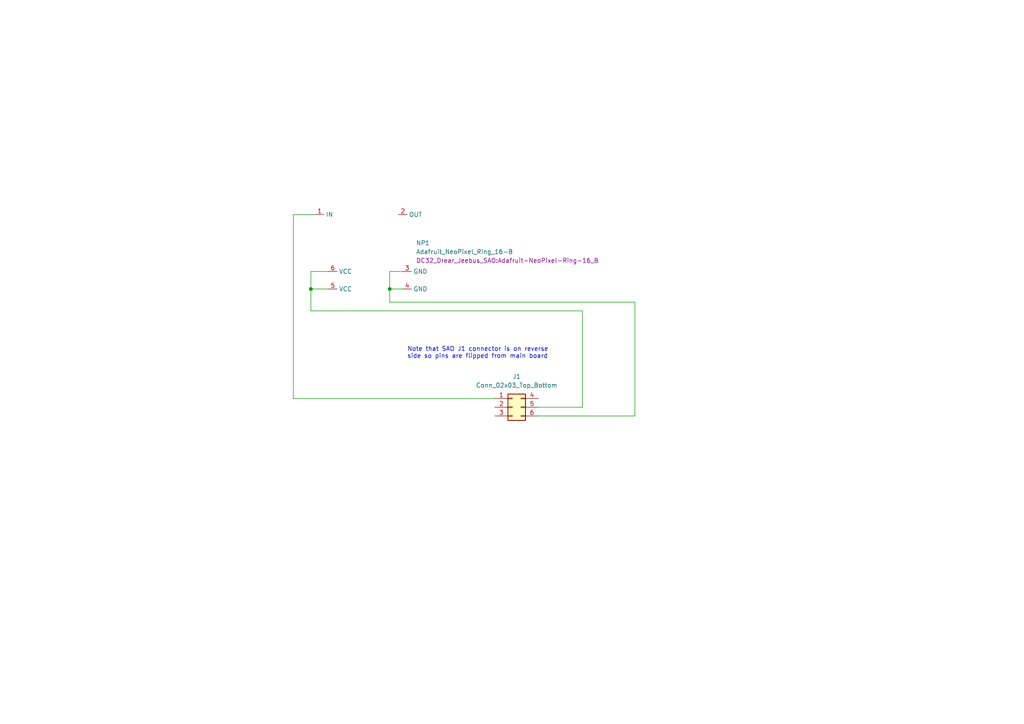
<source format=kicad_sch>
(kicad_sch (version 20230121) (generator eeschema)
  (paper "A4")
  (lib_symbols
    (symbol "DC32_Drear_Jeebus_SAO:Adafruit_NeoPixel_Ring_16-B"
      (property "Reference" "NP" (at 0 0 0))
      (property "Value" "Adafruit_NeoPixel_Ring_16-B" (at 1.27 7.62 0))
      (property "Footprint" "DC31_Cnet_Badge:Adafruit-NeoPixel-Ring-16_B" (at 1.27 3.81 0))
      (symbol "Adafruit_NeoPixel_Ring_16-B_1_1"
        (pin input line (at -13.97 12.7 0) (length 2.54) (name "IN") (number "1"))
        (pin output line (at 10.16 12.7 0) (length 2.54) (name "OUT") (number "2"))
        (pin power_in line (at 11.43 -3.81 0) (length 2.54) (name "GND") (number "3"))
        (pin power_in line (at 11.43 -8.89 0) (length 2.54) (name "GND") (number "4"))
        (pin power_in line (at -10.16 -8.89 0) (length 2.54) (name "VCC") (number "5"))
        (pin power_in line (at -10.16 -3.81 0) (length 2.54) (name "VCC") (number "6"))
      )
    )
    (symbol "DC32_Drear_Jeebus_SAO:Conn_02x03_Top_Bottom" (pin_names (offset 1.016) hide)
      (property "Reference" "J" (at 1.27 5.08 0))
      (property "Value" "Conn_02x03_Top_Bottom" (at 1.27 -5.08 0))
      (symbol "Conn_02x03_Top_Bottom_1_1"
        (rectangle (start -1.27 -2.413) (end 0 -2.667) (stroke (width 0.1524)))
        (rectangle (start -1.27 0.127) (end 0 -0.127) (stroke (width 0.1524)))
        (rectangle (start -1.27 2.667) (end 0 2.413) (stroke (width 0.1524)))
        (rectangle (start -1.27 3.81) (end 3.81 -3.81) (stroke (width 0.254)) (fill (type background)))
        (rectangle (start 3.81 -2.413) (end 2.54 -2.667) (stroke (width 0.1524)))
        (rectangle (start 3.81 0.127) (end 2.54 -0.127) (stroke (width 0.1524)))
        (rectangle (start 3.81 2.667) (end 2.54 2.413) (stroke (width 0.1524)))
        (pin passive line (at -5.08 2.54 0) (length 3.81) (name "Pin_1") (number "1"))
        (pin passive line (at -5.08 0 0) (length 3.81) (name "Pin_2") (number "2"))
        (pin passive line (at -5.08 -2.54 0) (length 3.81) (name "Pin_3") (number "3"))
        (pin passive line (at 7.62 2.54 180) (length 3.81) (name "Pin_4") (number "4"))
        (pin passive line (at 7.62 0 180) (length 3.81) (name "Pin_5") (number "5"))
        (pin passive line (at 7.62 -2.54 180) (length 3.81) (name "Pin_6") (number "6"))
      )
    )
  )
  (junction (at 90.17 83.82))
  (junction (at 113.03 83.82))
  (wire (pts (xy 95.25 78.74) (xy 90.17 78.74)))
  (wire (pts (xy 113.03 78.74) (xy 113.03 83.82)))
  (wire (pts (xy 143.51 115.57) (xy 85.09 115.57)))
  (wire (pts (xy 116.84 78.74) (xy 113.03 78.74)))
  (wire (pts (xy 85.09 115.57) (xy 85.09 62.23)))
  (wire (pts (xy 90.17 83.82) (xy 95.25 83.82)))
  (wire (pts (xy 156.21 120.65) (xy 184.15 120.65)))
  (wire (pts (xy 85.09 62.23) (xy 91.44 62.23)))
  (wire (pts (xy 168.91 118.11) (xy 168.91 90.17)))
  (wire (pts (xy 156.21 118.11) (xy 168.91 118.11)))
  (wire (pts (xy 184.15 87.63) (xy 113.03 87.63)))
  (wire (pts (xy 184.15 120.65) (xy 184.15 87.63)))
  (wire (pts (xy 168.91 90.17) (xy 90.17 90.17)))
  (wire (pts (xy 113.03 87.63) (xy 113.03 83.82)))
  (wire (pts (xy 90.17 90.17) (xy 90.17 83.82)))
  (wire (pts (xy 113.03 83.82) (xy 116.84 83.82)))
  (wire (pts (xy 90.17 78.74) (xy 90.17 83.82)))
  (text "Note that SAO J1 connector is on reverse\nside so pins are flipped from main board" (at 118.11 104.14 0) (effects (font (size 1.27 1.27)) (justify left bottom)))
  (symbol (lib_id "DC32_Drear_Jeebus_SAO:Conn_02x03_Top_Bottom") (at 148.59 118.11 0) (unit 1)
    (property "Reference" "J1" (at 149.86 109.22 0))
    (property "Value" "Conn_02x03_Top_Bottom" (at 149.86 111.76 0))
    (property "Footprint" "DC32_Drear_Jeebus_SAO:PinSocket_2x03_P2.54mm_Vertical_Tab" (effects hide))
  )
  (symbol (lib_id "DC32_Drear_Jeebus_SAO:Adafruit_NeoPixel_Ring_16-B") (at 105.41 74.93 0) (unit 1)
    (property "Reference" "NP1" (at 120.65 70.485 0) (effects (justify left)))
    (property "Value" "Adafruit_NeoPixel_Ring_16-B" (at 120.65 73.025 0) (effects (justify left)))
    (property "Footprint" "DC32_Drear_Jeebus_SAO:Adafruit-NeoPixel-Ring-16_B" (at 120.65 75.565 0) (effects (justify left)))
  )
)
</source>
